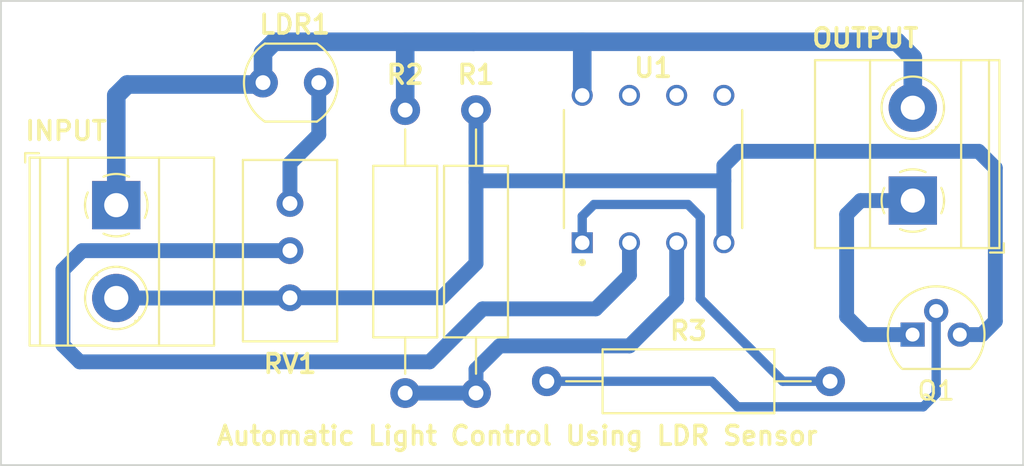
<source format=kicad_pcb>
(kicad_pcb (version 20221018) (generator pcbnew)
  (layers (0 "F.Cu" signal) (31 "B.Cu" signal) (34 "B.Paste" user) (35 "F.Paste" user) (36 "B.SilkS" user "B.Silkscreen") (37 "F.SilkS" user "F.Silkscreen") (38 "B.Mask" user) (39 "F.Mask" user) (44 "Edge.Cuts" user))
  (net 0 "")
  (net 1 "+12V")
  (net 2 "GND")
  (net 3 "Net-(J2-Pin_2)")
  (net 4 "Net-(LDR1-Pad2)")
  (net 5 "Net-(Q1-B)")
  (net 6 "Net-(U1-1IN+)")
  (net 7 "Net-(U1-1OUT)")
  (net 8 "Net-(U1-1IN-)")
  (footprint "Resistor_THT:R_Axial_DIN0309_L9.0mm_D3.2mm_P15.24mm_Horizontal" (layer "F.Cu") (at 99.06 71.12 90)
    (fp_text reference "R2" (at 17.145 -3.81) (layer "F.SilkS") (effects (font (thickness 0.2) bold)))
    (fp_text value "5.1K" hide)
    (fp_line (start 1.04 0) (end 3 0) (stroke (width 0.12)) (layer "F.SilkS"))
    (fp_line (start 3 -1.72) (end 3 1.72) (stroke (width 0.12)) (layer "F.SilkS"))
    (fp_line (start 3 1.72) (end 12.24 1.72) (stroke (width 0.12)) (layer "F.SilkS"))
    (fp_line (start 12.24 -1.72) (end 3 -1.72) (stroke (width 0.12)) (layer "F.SilkS"))
    (fp_line (start 12.24 1.72) (end 12.24 -1.72) (stroke (width 0.12)) (layer "F.SilkS"))
    (fp_line (start 14.2 0) (end 12.24 0) (stroke (width 0.12)) (layer "F.SilkS"))
    (pad "1" thru_hole circle (at 0 0 90) (size 1.6 1.6) (drill 0.8) (layers "*.Cu" "*.Mask") (net 6 "Net-(U1-1IN+)"))
    (pad "2" thru_hole oval (at 15.24 0 90) (size 1.6 1.6) (drill 0.8) (layers "*.Cu" "*.Mask") (net 2 "GND"))
  )
  (footprint "Resistor_THT:R_Axial_DIN0309_L9.0mm_D3.2mm_P15.24mm_Horizontal" (layer "F.Cu") (at 102.87 70.485)
    (fp_text reference "R3" (at 7.62 -2.72) (layer "F.SilkS") (effects (font (thickness 0.2) bold)))
    (fp_text value "1K" hide)
    (fp_line (start 1.04 0) (end 3 0) (stroke (width 0.12)) (layer "F.SilkS"))
    (fp_line (start 3 -1.72) (end 3 1.72) (stroke (width 0.12)) (layer "F.SilkS"))
    (fp_line (start 3 1.72) (end 12.24 1.72) (stroke (width 0.12)) (layer "F.SilkS"))
    (fp_line (start 12.24 -1.72) (end 3 -1.72) (stroke (width 0.12)) (layer "F.SilkS"))
    (fp_line (start 12.24 1.72) (end 12.24 -1.72) (stroke (width 0.12)) (layer "F.SilkS"))
    (fp_line (start 14.2 0) (end 12.24 0) (stroke (width 0.12)) (layer "F.SilkS"))
    (pad "1" thru_hole circle (at 0 0) (size 1.6 1.6) (drill 0.8) (layers "*.Cu" "*.Mask") (net 5 "Net-(Q1-B)"))
    (pad "2" thru_hole oval (at 15.24 0) (size 1.6 1.6) (drill 0.8) (layers "*.Cu" "*.Mask") (net 7 "Net-(U1-1OUT)"))
  )
  (footprint "Package_TO_SOT_THT:TO-92" (layer "F.Cu") (at 122.547694 67.97156)
    (fp_text reference "Q1" (at 1.27 3.02844) (layer "F.SilkS"))
    (fp_text value "BC337" hide)
    (fp_line (start -0.53 1.85) (end 3.07 1.85) (stroke (width 0.12)) (layer "F.SilkS"))
    (fp_arc (start -0.568478 1.838478) (mid -1.132087 -0.994977) (end 1.27 -2.6) (stroke (width 0.12)) (layer "F.SilkS"))
    (fp_arc (start 1.27 -2.6) (mid 3.672087 -0.994977) (end 3.108478 1.838478) (stroke (width 0.12)) (layer "F.SilkS"))
    (pad "1" thru_hole rect (at 0 0) (size 1.3 1.3) (drill 0.75) (layers "*.Cu" "*.Mask") (net 3 "Net-(J2-Pin_2)"))
    (pad "2" thru_hole circle (at 1.27 -1.27) (size 1.3 1.3) (drill 0.75) (layers "*.Cu" "*.Mask") (net 5 "Net-(Q1-B)"))
    (pad "3" thru_hole circle (at 2.54 0) (size 1.3 1.3) (drill 0.75) (layers "*.Cu" "*.Mask") (net 2 "GND"))
  )
  (footprint "TerminalBlock_Phoenix:TerminalBlock_Phoenix_MKDS-1,5-2_1x02_P5.00mm_Horizontal" (layer "F.Cu") (at 79.705 61 -90)
    (fp_text reference "INPUT" (at -4 2.705 -180) (layer "F.SilkS") (effects (font (thickness 0.2) bold)))
    (fp_text value "Screw_Terminal_01x02" hide)
    (fp_line (start -2.8 4.16) (end -2.8 4.9) (stroke (width 0.12)) (layer "F.SilkS"))
    (fp_line (start -2.8 4.9) (end -2.3 4.9) (stroke (width 0.12)) (layer "F.SilkS"))
    (fp_line (start -2.56 -5.261) (end -2.56 4.66) (stroke (width 0.12)) (layer "F.SilkS"))
    (fp_line (start -2.56 -5.261) (end 7.56 -5.261) (stroke (width 0.12)) (layer "F.SilkS"))
    (fp_line (start -2.56 -2.301) (end 7.56 -2.301) (stroke (width 0.12)) (layer "F.SilkS"))
    (fp_line (start -2.56 2.6) (end 7.56 2.6) (stroke (width 0.12)) (layer "F.SilkS"))
    (fp_line (start -2.56 4.1) (end 7.56 4.1) (stroke (width 0.12)) (layer "F.SilkS"))
    (fp_line (start -2.56 4.66) (end 7.56 4.66) (stroke (width 0.12)) (layer "F.SilkS"))
    (fp_line (start 3.773 1.023) (end 3.726 1.069) (stroke (width 0.12)) (layer "F.SilkS"))
    (fp_line (start 3.966 1.239) (end 3.931 1.274) (stroke (width 0.12)) (layer "F.SilkS"))
    (fp_line (start 6.07 -1.275) (end 6.035 -1.239) (stroke (width 0.12)) (layer "F.SilkS"))
    (fp_line (start 6.275 -1.069) (end 6.228 -1.023) (stroke (width 0.12)) (layer "F.SilkS"))
    (fp_line (start 7.56 -5.261) (end 7.56 4.66) (stroke (width 0.12)) (layer "F.SilkS"))
    (fp_arc (start -1.535427 0.683042) (mid -1.680501 -0.000524) (end -1.535 -0.684) (stroke (width 0.12)) (layer "F.SilkS"))
    (fp_arc (start -0.683042 -1.535427) (mid 0.000524 -1.680501) (end 0.684 -1.535) (stroke (width 0.12)) (layer "F.SilkS"))
    (fp_arc (start 0.028805 1.680253) (mid -0.335551 1.646659) (end -0.684 1.535) (stroke (width 0.12)) (layer "F.SilkS"))
    (fp_arc (start 0.683318 1.534756) (mid 0.349292 1.643288) (end 0 1.68) (stroke (width 0.12)) (layer "F.SilkS"))
    (fp_arc (start 1.535427 -0.683042) (mid 1.680501 0.000524) (end 1.535 0.684) (stroke (width 0.12)) (layer "F.SilkS"))
    (fp_circle (center 5 0) (end 6.68 0) (stroke (width 0.12)) (fill none) (layer "F.SilkS"))
    (pad "1" thru_hole rect (at 0 0 270) (size 2.6 2.6) (drill 1.3) (layers "*.Cu" "*.Mask") (net 1 "+12V"))
    (pad "2" thru_hole circle (at 5 0 270) (size 2.6 2.6) (drill 1.3) (layers "*.Cu" "*.Mask") (net 2 "GND"))
  )
  (footprint "OptoDevice:R_LDR_5.0x4.1mm_P3mm_Vertical" (layer "F.Cu") (at 87.6 54.4)
    (fp_text reference "LDR1" (at 1.705743 -3.13) (layer "F.SilkS") (effects (font (thickness 0.2) bold)))
    (fp_text value "~" hide)
    (fp_line (start 0.1 -2.1) (end 2.9 -2.1) (stroke (width 0.12)) (layer "F.SilkS"))
    (fp_line (start 0.1 2.1) (end 2.9 2.1) (stroke (width 0.12)) (layer "F.SilkS"))
    (fp_arc (start 0.1 2.1) (mid -1.023872 -0.008372) (end 0.113963 -2.109242) (stroke (width 0.12)) (layer "F.SilkS"))
    (fp_arc (start 2.9 -2.1) (mid 4.023872 0.008372) (end 2.886037 2.109242) (stroke (width 0.12)) (layer "F.SilkS"))
    (pad "1" thru_hole circle (at 0 0) (size 1.6 1.6) (drill 0.8) (layers "*.Cu" "*.Mask") (net 1 "+12V"))
    (pad "2" thru_hole circle (at 3 0) (size 1.6 1.6) (drill 0.8) (layers "*.Cu" "*.Mask") (net 4 "Net-(LDR1-Pad2)"))
  )
  (footprint "MountingHole:MountingHole_2.1mm" (layer "F.Cu") (at 74.9 51.4)
    (fp_text reference "REF**" hide)
    (fp_text value "MountingHole_2.1mm" hide)
    (pad "" np_thru_hole circle (at 0 0) (size 2.1 2.1) (drill 2.1) (layers "F&B.Cu" "*.Mask"))
  )
  (footprint "LM358PE3:DIP794W45P254L959H508Q8" (layer "F.Cu") (at 108.585 59.055 90)
    (fp_text reference "U1" (at 5.451715 0.001567) (layer "F.SilkS") (effects (font (thickness 0.2) bold)))
    (fp_text value "LM358PE3" hide)
    (fp_line (start -3.175 -4.795) (end 3.175 -4.795) (stroke (width 0.127)) (layer "F.SilkS"))
    (fp_line (start -3.175 4.795) (end 3.175 4.795) (stroke (width 0.127)) (layer "F.SilkS"))
    (fp_circle (center -5.035 -3.81) (end -4.935 -3.81) (stroke (width 0.2)) (fill none) (layer "F.SilkS"))
    (pad "1" thru_hole rect (at -3.97 -3.81 90) (size 1.13 1.13) (drill 0.78) (layers "*.Cu" "*.Mask") (net 7 "Net-(U1-1OUT)"))
    (pad "2" thru_hole circle (at -3.97 -1.27 90) (size 1.13 1.13) (drill 0.78) (layers "*.Cu" "*.Mask") (net 8 "Net-(U1-1IN-)"))
    (pad "3" thru_hole circle (at -3.97 1.27 90) (size 1.13 1.13) (drill 0.78) (layers "*.Cu" "*.Mask") (net 6 "Net-(U1-1IN+)"))
    (pad "4" thru_hole circle (at -3.97 3.81 90) (size 1.13 1.13) (drill 0.78) (layers "*.Cu" "*.Mask") (net 2 "GND"))
    (pad "5" thru_hole circle (at 3.97 3.81 90) (size 1.13 1.13) (drill 0.78) (layers "*.Cu" "*.Mask"))
    (pad "6" thru_hole circle (at 3.97 1.27 90) (size 1.13 1.13) (drill 0.78) (layers "*.Cu" "*.Mask"))
    (pad "7" thru_hole circle (at 3.97 -1.27 90) (size 1.13 1.13) (drill 0.78) (layers "*.Cu" "*.Mask"))
    (pad "8" thru_hole circle (at 3.97 -3.81 90) (size 1.13 1.13) (drill 0.78) (layers "*.Cu" "*.Mask") (net 1 "+12V"))
  )
  (footprint "MountingHole:MountingHole_2.1mm" (layer "F.Cu") (at 74.9 73.6)
    (fp_text reference "REF**" hide)
    (fp_text value "MountingHole_2.1mm" hide)
    (pad "" np_thru_hole circle (at 0 0) (size 2.1 2.1) (drill 2.1) (layers "F&B.Cu" "*.Mask"))
  )
  (footprint "MountingHole:MountingHole_2.1mm" (layer "F.Cu") (at 127.1 51.4)
    (fp_text reference "REF**" hide)
    (fp_text value "MountingHole_2.1mm" hide)
    (pad "" np_thru_hole circle (at 0 0) (size 2.1 2.1) (drill 2.1) (layers "F&B.Cu" "*.Mask"))
  )
  (footprint "Resistor_THT:R_Axial_DIN0309_L9.0mm_D3.2mm_P15.24mm_Horizontal" (layer "F.Cu") (at 95.25 55.88 -90)
    (fp_text reference "R1" (at -1.905 -3.81) (layer "F.SilkS") (effects (font (thickness 0.2) bold)))
    (fp_text value "5.1K" hide)
    (fp_line (start 1.04 0) (end 3 0) (stroke (width 0.12)) (layer "F.SilkS"))
    (fp_line (start 3 -1.72) (end 3 1.72) (stroke (width 0.12)) (layer "F.SilkS"))
    (fp_line (start 3 1.72) (end 12.24 1.72) (stroke (width 0.12)) (layer "F.SilkS"))
    (fp_line (start 12.24 -1.72) (end 3 -1.72) (stroke (width 0.12)) (layer "F.SilkS"))
    (fp_line (start 12.24 1.72) (end 12.24 -1.72) (stroke (width 0.12)) (layer "F.SilkS"))
    (fp_line (start 14.2 0) (end 12.24 0) (stroke (width 0.12)) (layer "F.SilkS"))
    (pad "1" thru_hole circle (at 0 0 270) (size 1.6 1.6) (drill 0.8) (layers "*.Cu" "*.Mask") (net 1 "+12V"))
    (pad "2" thru_hole oval (at 15.24 0 270) (size 1.6 1.6) (drill 0.8) (layers "*.Cu" "*.Mask") (net 6 "Net-(U1-1IN+)"))
  )
  (footprint "Potentiometer_THT:Potentiometer_Bourns_3296W_Vertical" (layer "F.Cu") (at 89.05 60.91 90)
    (fp_text reference "RV1" (at -8.638402 0.003135) (layer "F.SilkS") (effects (font (thickness 0.2) bold)))
    (fp_text value "10K" hide)
    (fp_line (start -7.425 -2.53) (end -7.425 2.54) (stroke (width 0.12)) (layer "F.SilkS"))
    (fp_line (start -7.425 -2.53) (end 2.345 -2.53) (stroke (width 0.12)) (layer "F.SilkS"))
    (fp_line (start -7.425 2.54) (end 2.345 2.54) (stroke (width 0.12)) (layer "F.SilkS"))
    (fp_line (start 2.345 -2.53) (end 2.345 2.54) (stroke (width 0.12)) (layer "F.SilkS"))
    (pad "1" thru_hole circle (at 0 0 90) (size 1.44 1.44) (drill 0.8) (layers "*.Cu" "*.Mask") (net 4 "Net-(LDR1-Pad2)"))
    (pad "2" thru_hole circle (at -2.54 0 90) (size 1.44 1.44) (drill 0.8) (layers "*.Cu" "*.Mask") (net 8 "Net-(U1-1IN-)"))
    (pad "3" thru_hole circle (at -5.08 0 90) (size 1.44 1.44) (drill 0.8) (layers "*.Cu" "*.Mask") (net 2 "GND"))
  )
  (footprint "MountingHole:MountingHole_2.1mm" (layer "F.Cu") (at 127.1 73.6)
    (fp_text reference "REF**" hide)
    (fp_text value "MountingHole_2.1mm" hide)
    (pad "" np_thru_hole circle (at 0 0) (size 2.1 2.1) (drill 2.1) (layers "*.Cu" "*.Mask"))
  )
  (footprint "TerminalBlock_Phoenix:TerminalBlock_Phoenix_MKDS-1,5-2_1x02_P5.00mm_Horizontal" (layer "F.Cu") (at 122.560346 60.752326 90)
    (fp_text reference "OUTPUT" (at 8.752326 -2.560346) (layer "F.SilkS") (effects (font (thickness 0.2) bold)))
    (fp_text value "Screw_Terminal_01x02" hide)
    (fp_line (start -2.8 4.16) (end -2.8 4.9) (stroke (width 0.12)) (layer "F.SilkS"))
    (fp_line (start -2.8 4.9) (end -2.3 4.9) (stroke (width 0.12)) (layer "F.SilkS"))
    (fp_line (start -2.56 -5.261) (end -2.56 4.66) (stroke (width 0.12)) (layer "F.SilkS"))
    (fp_line (start -2.56 -5.261) (end 7.56 -5.261) (stroke (width 0.12)) (layer "F.SilkS"))
    (fp_line (start -2.56 -2.301) (end 7.56 -2.301) (stroke (width 0.12)) (layer "F.SilkS"))
    (fp_line (start -2.56 2.6) (end 7.56 2.6) (stroke (width 0.12)) (layer "F.SilkS"))
    (fp_line (start -2.56 4.1) (end 7.56 4.1) (stroke (width 0.12)) (layer "F.SilkS"))
    (fp_line (start -2.56 4.66) (end 7.56 4.66) (stroke (width 0.12)) (layer "F.SilkS"))
    (fp_line (start 3.773 1.023) (end 3.726 1.069) (stroke (width 0.12)) (layer "F.SilkS"))
    (fp_line (start 3.966 1.239) (end 3.931 1.274) (stroke (width 0.12)) (layer "F.SilkS"))
    (fp_line (start 6.07 -1.275) (end 6.035 -1.239) (stroke (width 0.12)) (layer "F.SilkS"))
    (fp_line (start 6.275 -1.069) (end 6.228 -1.023) (stroke (width 0.12)) (layer "F.SilkS"))
    (fp_line (start 7.56 -5.261) (end 7.56 4.66) (stroke (width 0.12)) (layer "F.SilkS"))
    (fp_arc (start -1.535427 0.683042) (mid -1.680501 -0.000524) (end -1.535 -0.684) (stroke (width 0.12)) (layer "F.SilkS"))
    (fp_arc (start -0.683042 -1.535427) (mid 0.000524 -1.680501) (end 0.684 -1.535) (stroke (width 0.12)) (layer "F.SilkS"))
    (fp_arc (start 0.028805 1.680253) (mid -0.335551 1.646659) (end -0.684 1.535) (stroke (width 0.12)) (layer "F.SilkS"))
    (fp_arc (start 0.683318 1.534756) (mid 0.349292 1.643288) (end 0 1.68) (stroke (width 0.12)) (layer "F.SilkS"))
    (fp_arc (start 1.535427 -0.683042) (mid 1.680501 0.000524) (end 1.535 0.684) (stroke (width 0.12)) (layer "F.SilkS"))
    (fp_circle (center 5 0) (end 6.68 0) (stroke (width 0.12)) (fill none) (layer "F.SilkS"))
    (pad "1" thru_hole circle (at 5 0 90) (size 2.6 2.6) (drill 1.3) (layers "*.Cu" "*.Mask") (net 1 "+12V"))
    (pad "2" thru_hole rect (at 0 0 90) (size 2.6 2.6) (drill 1.3) (layers "*.Cu" "*.Mask") (net 3 "Net-(J2-Pin_2)"))
  )
  (gr_rect (start 73.5 50) (end 128.5 75) (stroke (width 0.1)) (fill none) (layer "Edge.Cuts"))
  (gr_text "Automatic Light Control Using LDR Sensor" (at 85 74) (layer "F.SilkS") (effects (font (size 1 1) (thickness 0.2) bold) (justify left bottom)))
  (segment (start 98.93 52.2) (end 95.25 52.2) (width 1) (layer "B.Cu") (net 1))
  (segment (start 98.93 52.2) (end 104.8 52.2) (width 1) (layer "B.Cu") (net 1))
  (segment (start 121.7 52.2) (end 104.6 52.2) (width 1) (layer "B.Cu") (net 1))
  (segment (start 87.6 52.8) (end 88.2 52.2) (width 1) (layer "B.Cu") (net 1))
  (segment (start 95.25 52.2) (end 95.25 55.88) (width 1) (layer "B.Cu") (net 1))
  (segment (start 104.775 52.225) (end 104.775 55.085) (width 1) (layer "B.Cu") (net 1))
  (segment (start 87.6 54.4) (end 87.6 52.8) (width 1) (layer "B.Cu") (net 1))
  (segment (start 104.8 52.2) (end 104.775 52.225) (width 1) (layer "B.Cu") (net 1))
  (segment (start 80.3 54.5) (end 87.5 54.5) (width 1) (layer "B.Cu") (net 1))
  (segment (start 88.2 52.2) (end 98.93 52.2) (width 1) (layer "B.Cu") (net 1))
  (segment (start 79.705 61) (end 79.705 55.095) (width 1) (layer "B.Cu") (net 1))
  (segment (start 87.5 54.5) (end 87.6 54.4) (width 1) (layer "B.Cu") (net 1))
  (segment (start 79.705 55.095) (end 80.3 54.5) (width 1) (layer "B.Cu") (net 1))
  (segment (start 122.560346 53.060346) (end 121.7 52.2) (width 1) (layer "B.Cu") (net 1))
  (segment (start 122.560346 55.752326) (end 122.560346 53.060346) (width 1) (layer "B.Cu") (net 1))
  (segment (start 112.395 58.87375) (end 113.169992 58.098758) (width 0.8) (layer "B.Cu") (net 2))
  (segment (start 99.06 64.135) (end 99.06 55.88) (width 0.8) (layer "B.Cu") (net 2))
  (segment (start 79.705 66) (end 89.04 66) (width 0.8) (layer "B.Cu") (net 2))
  (segment (start 99.06 64.135) (end 97.205 65.99) (width 0.8) (layer "B.Cu") (net 2))
  (segment (start 127 59) (end 127 67.25) (width 0.8) (layer "B.Cu") (net 2))
  (segment (start 127 67.25) (end 126.27844 67.97156) (width 0.8) (layer "B.Cu") (net 2))
  (segment (start 126.098758 58.098758) (end 127 59) (width 0.8) (layer "B.Cu") (net 2))
  (segment (start 126.27844 67.97156) (end 125.087694 67.97156) (width 0.8) (layer "B.Cu") (net 2))
  (segment (start 99.12 59.69) (end 112.395 59.69) (width 0.8) (layer "B.Cu") (net 2))
  (segment (start 89.06 66) (end 89.1 66.04) (width 0.8) (layer "B.Cu") (net 2))
  (segment (start 89.04 66) (end 89.05 65.99) (width 0.8) (layer "B.Cu") (net 2))
  (segment (start 99.06 59.75) (end 99.12 59.69) (width 0.8) (layer "B.Cu") (net 2))
  (segment (start 97.205 65.99) (end 89.05 65.99) (width 0.8) (layer "B.Cu") (net 2))
  (segment (start 113.169992 58.098758) (end 126.098758 58.098758) (width 0.8) (layer "B.Cu") (net 2))
  (segment (start 112.395 63.025) (end 112.395 58.87375) (width 0.8) (layer "B.Cu") (net 2))
  (segment (start 122.555 60.757672) (end 122.560346 60.752326) (width 0.55) (layer "F.Cu") (net 3))
  (segment (start 119 61.5) (end 119.747674 60.752326) (width 0.8) (layer "B.Cu") (net 3))
  (segment (start 119 67) (end 119 61.5) (width 0.8) (layer "B.Cu") (net 3))
  (segment (start 119.747674 60.752326) (end 122.560346 60.752326) (width 0.8) (layer "B.Cu") (net 3))
  (segment (start 122.547694 67.97156) (end 119.97156 67.97156) (width 0.8) (layer "B.Cu") (net 3))
  (segment (start 119.97156 67.97156) (end 119 67) (width 0.8) (layer "B.Cu") (net 3))
  (segment (start 89.05 60.91) (end 89.05 58.75) (width 0.8) (layer "B.Cu") (net 4))
  (segment (start 89.05 58.75) (end 90.6 57.2) (width 0.8) (layer "B.Cu") (net 4))
  (segment (start 90.6 57.2) (end 90.6 54.4) (width 0.8) (layer "B.Cu") (net 4))
  (segment (start 123.12111 71.86) (end 123.817694 71.163416) (width 0.5) (layer "B.Cu") (net 5))
  (segment (start 112.395 71.12) (end 113.135 71.86) (width 0.5) (layer "B.Cu") (net 5))
  (segment (start 102.87 70.485) (end 111.76 70.485) (width 0.5) (layer "B.Cu") (net 5))
  (segment (start 111.76 70.485) (end 112.395 71.12) (width 0.5) (layer "B.Cu") (net 5))
  (segment (start 123.817694 71.163416) (end 123.817694 66.70156) (width 0.5) (layer "B.Cu") (net 5))
  (segment (start 113.135 71.86) (end 123.12111 71.86) (width 0.5) (layer "B.Cu") (net 5))
  (segment (start 95.25 71.12) (end 99.06 71.12) (width 0.8) (layer "B.Cu") (net 6))
  (segment (start 109.855 66.04) (end 109.855 63.025) (width 0.8) (layer "B.Cu") (net 6))
  (segment (start 99.06 71.12) (end 99.06 69.85) (width 0.8) (layer "B.Cu") (net 6))
  (segment (start 99.06 69.85) (end 100.33 68.58) (width 0.8) (layer "B.Cu") (net 6))
  (segment (start 107.315 68.58) (end 109.855 66.04) (width 0.8) (layer "B.Cu") (net 6))
  (segment (start 100.33 68.58) (end 107.315 68.58) (width 0.8) (layer "B.Cu") (net 6))
  (segment (start 110.46 60.96) (end 105.41 60.96) (width 0.5) (layer "B.Cu") (net 7))
  (segment (start 111.125 61.625) (end 110.46 60.96) (width 0.5) (layer "B.Cu") (net 7))
  (segment (start 105.41 60.96) (end 104.775 61.595) (width 0.5) (layer "B.Cu") (net 7))
  (segment (start 118.11 70.485) (end 115.57 70.485) (width 0.5) (layer "B.Cu") (net 7))
  (segment (start 111.125 66.04) (end 111.125 61.625) (width 0.5) (layer "B.Cu") (net 7))
  (segment (start 115.57 70.485) (end 111.125 66.04) (width 0.5) (layer "B.Cu") (net 7))
  (segment (start 104.775 61.595) (end 104.775 63.025) (width 0.5) (layer "B.Cu") (net 7))
  (segment (start 89.05 63.45) (end 77.873474 63.45) (width 0.8) (layer "B.Cu") (net 8))
  (segment (start 99.414376 66.585624) (end 105.499376 66.585624) (width 0.8) (layer "B.Cu") (net 8))
  (segment (start 105.499376 66.585624) (end 107.315 64.77) (width 0.8) (layer "B.Cu") (net 8))
  (segment (start 77.738581 69.438581) (end 96.561419 69.438581) (width 0.8) (layer "B.Cu") (net 8))
  (segment (start 76.835 68.535) (end 77.738581 69.438581) (width 0.8) (layer "B.Cu") (net 8))
  (segment (start 76.835 64.488474) (end 76.835 68.535) (width 0.8) (layer "B.Cu") (net 8))
  (segment (start 96.561419 69.438581) (end 99.414376 66.585624) (width 0.8) (layer "B.Cu") (net 8))
  (segment (start 77.873474 63.45) (end 76.835 64.488474) (width 0.8) (layer "B.Cu") (net 8))
  (segment (start 107.315 64.77) (end 107.315 63.025) (width 0.8) (layer "B.Cu") (net 8))
)
</source>
